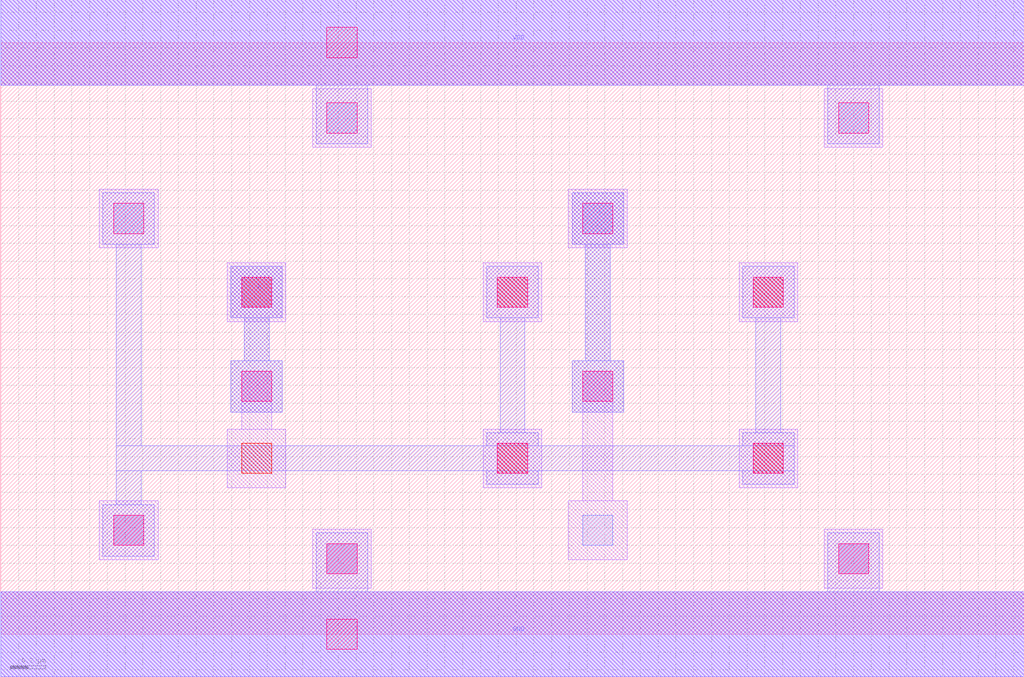
<source format=lef>
MACRO BUFX4
 CLASS CORE ;
 FOREIGN BUFX4 0 0 ;
 SIZE 5.76 BY 3.33 ;
 ORIGIN 0 0 ;
 SYMMETRY X Y R90 ;
 SITE unit ;
  PIN VDD
   DIRECTION INOUT ;
   USE POWER ;
   SHAPE ABUTMENT ;
    PORT
     CLASS CORE ;
       LAYER li1 ;
        RECT 0.00000000 3.09000000 5.76000000 3.57000000 ;
       LAYER met1 ;
        RECT 0.00000000 3.09000000 5.76000000 3.57000000 ;
    END
  END VDD

  PIN GND
   DIRECTION INOUT ;
   USE POWER ;
   SHAPE ABUTMENT ;
    PORT
     CLASS CORE ;
       LAYER li1 ;
        RECT 0.00000000 -0.24000000 5.76000000 0.24000000 ;
       LAYER met1 ;
        RECT 0.00000000 -0.24000000 5.76000000 0.24000000 ;
    END
  END GND

  PIN Y
   DIRECTION INOUT ;
   USE SIGNAL ;
   SHAPE ABUTMENT ;
    PORT
     CLASS CORE ;
       LAYER met1 ;
        RECT 3.21500000 1.25000000 3.50500000 1.54000000 ;
        RECT 3.29000000 1.54000000 3.43000000 2.19500000 ;
        RECT 3.21500000 2.19500000 3.50500000 2.48500000 ;
    END
  END Y

  PIN A
   DIRECTION INOUT ;
   USE SIGNAL ;
   SHAPE ABUTMENT ;
    PORT
     CLASS CORE ;
       LAYER met1 ;
        RECT 1.29500000 1.25000000 1.58500000 1.54000000 ;
        RECT 1.37000000 1.54000000 1.51000000 1.78000000 ;
        RECT 1.29500000 1.78000000 1.58500000 2.07000000 ;
    END
  END A

 OBS
    LAYER polycont ;
     RECT 1.35500000 0.90500000 1.52500000 1.07500000 ;
     RECT 2.79500000 0.90500000 2.96500000 1.07500000 ;
     RECT 4.23500000 0.90500000 4.40500000 1.07500000 ;
     RECT 1.35500000 1.84000000 1.52500000 2.01000000 ;
     RECT 2.79500000 1.84000000 2.96500000 2.01000000 ;
     RECT 4.23500000 1.84000000 4.40500000 2.01000000 ;

    LAYER pdiffc ;
     RECT 0.63500000 2.25500000 0.80500000 2.42500000 ;
     RECT 3.27500000 2.25500000 3.44500000 2.42500000 ;
     RECT 1.83500000 2.82000000 2.00500000 2.99000000 ;
     RECT 4.71500000 2.82000000 4.88500000 2.99000000 ;

    LAYER ndiffc ;
     RECT 1.83500000 0.34000000 2.00500000 0.51000000 ;
     RECT 4.71500000 0.34000000 4.88500000 0.51000000 ;
     RECT 0.63500000 0.50000000 0.80500000 0.67000000 ;
     RECT 3.27500000 0.50000000 3.44500000 0.67000000 ;

    LAYER li1 ;
     RECT 0.00000000 -0.24000000 5.76000000 0.24000000 ;
     RECT 1.75500000 0.26000000 2.08500000 0.59000000 ;
     RECT 4.63500000 0.26000000 4.96500000 0.59000000 ;
     RECT 0.55500000 0.42000000 0.88500000 0.75000000 ;
     RECT 2.71500000 0.82500000 3.04500000 1.15500000 ;
     RECT 4.15500000 0.82500000 4.48500000 1.15500000 ;
     RECT 1.27500000 0.82500000 1.60500000 1.15500000 ;
     RECT 1.35500000 1.15500000 1.52500000 1.48000000 ;
     RECT 3.19500000 0.42000000 3.52500000 0.75000000 ;
     RECT 3.27500000 0.75000000 3.44500000 1.48000000 ;
     RECT 1.27500000 1.76000000 1.60500000 2.09000000 ;
     RECT 2.71500000 1.76000000 3.04500000 2.09000000 ;
     RECT 4.15500000 1.76000000 4.48500000 2.09000000 ;
     RECT 0.55500000 2.17500000 0.88500000 2.50500000 ;
     RECT 3.19500000 2.17500000 3.52500000 2.50500000 ;
     RECT 1.75500000 2.74000000 2.08500000 3.07000000 ;
     RECT 4.63500000 2.74000000 4.96500000 3.07000000 ;
     RECT 0.00000000 3.09000000 5.76000000 3.57000000 ;

    LAYER viali ;
     RECT 1.83500000 -0.08500000 2.00500000 0.08500000 ;
     RECT 1.83500000 0.34000000 2.00500000 0.51000000 ;
     RECT 4.71500000 0.34000000 4.88500000 0.51000000 ;
     RECT 0.63500000 0.50000000 0.80500000 0.67000000 ;
     RECT 2.79500000 0.90500000 2.96500000 1.07500000 ;
     RECT 4.23500000 0.90500000 4.40500000 1.07500000 ;
     RECT 1.35500000 1.31000000 1.52500000 1.48000000 ;
     RECT 3.27500000 1.31000000 3.44500000 1.48000000 ;
     RECT 1.35500000 1.84000000 1.52500000 2.01000000 ;
     RECT 2.79500000 1.84000000 2.96500000 2.01000000 ;
     RECT 4.23500000 1.84000000 4.40500000 2.01000000 ;
     RECT 0.63500000 2.25500000 0.80500000 2.42500000 ;
     RECT 3.27500000 2.25500000 3.44500000 2.42500000 ;
     RECT 1.83500000 2.82000000 2.00500000 2.99000000 ;
     RECT 4.71500000 2.82000000 4.88500000 2.99000000 ;
     RECT 1.83500000 3.24500000 2.00500000 3.41500000 ;

    LAYER met1 ;
     RECT 0.00000000 -0.24000000 5.76000000 0.24000000 ;
     RECT 1.77500000 0.24000000 2.06500000 0.57000000 ;
     RECT 4.65500000 0.24000000 4.94500000 0.57000000 ;
     RECT 1.29500000 1.25000000 1.58500000 1.54000000 ;
     RECT 1.37000000 1.54000000 1.51000000 1.78000000 ;
     RECT 1.29500000 1.78000000 1.58500000 2.07000000 ;
     RECT 0.57500000 0.44000000 0.86500000 0.73000000 ;
     RECT 0.65000000 0.73000000 0.79000000 0.92000000 ;
     RECT 2.73500000 0.84500000 3.02500000 0.92000000 ;
     RECT 4.17500000 0.84500000 4.46500000 0.92000000 ;
     RECT 0.65000000 0.92000000 4.46500000 1.06000000 ;
     RECT 2.73500000 1.06000000 3.02500000 1.13500000 ;
     RECT 4.17500000 1.06000000 4.46500000 1.13500000 ;
     RECT 2.81000000 1.13500000 2.95000000 1.78000000 ;
     RECT 4.25000000 1.13500000 4.39000000 1.78000000 ;
     RECT 2.73500000 1.78000000 3.02500000 2.07000000 ;
     RECT 4.17500000 1.78000000 4.46500000 2.07000000 ;
     RECT 0.65000000 1.06000000 0.79000000 2.19500000 ;
     RECT 0.57500000 2.19500000 0.86500000 2.48500000 ;
     RECT 3.21500000 1.25000000 3.50500000 1.54000000 ;
     RECT 3.29000000 1.54000000 3.43000000 2.19500000 ;
     RECT 3.21500000 2.19500000 3.50500000 2.48500000 ;
     RECT 1.77500000 2.76000000 2.06500000 3.09000000 ;
     RECT 4.65500000 2.76000000 4.94500000 3.09000000 ;
     RECT 0.00000000 3.09000000 5.76000000 3.57000000 ;

 END
END BUFX4

</source>
